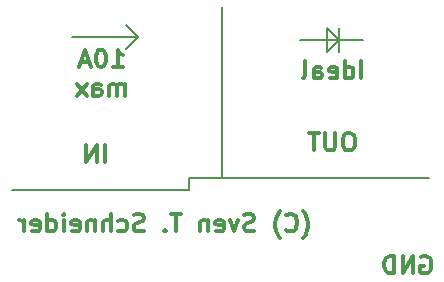
<source format=gbo>
G04 #@! TF.FileFunction,Legend,Bot*
%FSLAX46Y46*%
G04 Gerber Fmt 4.6, Leading zero omitted, Abs format (unit mm)*
G04 Created by KiCad (PCBNEW 0.201511171411+6319~30~ubuntu15.10.1-product) date Fr 04 Dez 2015 11:52:51 CET*
%MOMM*%
G01*
G04 APERTURE LIST*
%ADD10C,0.100000*%
%ADD11C,0.300000*%
%ADD12C,0.200000*%
G04 APERTURE END LIST*
D10*
D11*
X173004285Y-80498000D02*
X173075713Y-80426571D01*
X173218570Y-80212286D01*
X173289999Y-80069429D01*
X173361428Y-79855143D01*
X173432856Y-79498000D01*
X173432856Y-79212286D01*
X173361428Y-78855143D01*
X173289999Y-78640857D01*
X173218570Y-78498000D01*
X173075713Y-78283714D01*
X173004285Y-78212286D01*
X171575713Y-79783714D02*
X171647142Y-79855143D01*
X171861428Y-79926571D01*
X172004285Y-79926571D01*
X172218570Y-79855143D01*
X172361428Y-79712286D01*
X172432856Y-79569429D01*
X172504285Y-79283714D01*
X172504285Y-79069429D01*
X172432856Y-78783714D01*
X172361428Y-78640857D01*
X172218570Y-78498000D01*
X172004285Y-78426571D01*
X171861428Y-78426571D01*
X171647142Y-78498000D01*
X171575713Y-78569429D01*
X171075713Y-80498000D02*
X171004285Y-80426571D01*
X170861428Y-80212286D01*
X170789999Y-80069429D01*
X170718570Y-79855143D01*
X170647142Y-79498000D01*
X170647142Y-79212286D01*
X170718570Y-78855143D01*
X170789999Y-78640857D01*
X170861428Y-78498000D01*
X171004285Y-78283714D01*
X171075713Y-78212286D01*
X168861428Y-79855143D02*
X168647142Y-79926571D01*
X168289999Y-79926571D01*
X168147142Y-79855143D01*
X168075713Y-79783714D01*
X168004285Y-79640857D01*
X168004285Y-79498000D01*
X168075713Y-79355143D01*
X168147142Y-79283714D01*
X168289999Y-79212286D01*
X168575713Y-79140857D01*
X168718571Y-79069429D01*
X168789999Y-78998000D01*
X168861428Y-78855143D01*
X168861428Y-78712286D01*
X168789999Y-78569429D01*
X168718571Y-78498000D01*
X168575713Y-78426571D01*
X168218571Y-78426571D01*
X168004285Y-78498000D01*
X167504285Y-78926571D02*
X167147142Y-79926571D01*
X166790000Y-78926571D01*
X165647143Y-79855143D02*
X165790000Y-79926571D01*
X166075714Y-79926571D01*
X166218571Y-79855143D01*
X166290000Y-79712286D01*
X166290000Y-79140857D01*
X166218571Y-78998000D01*
X166075714Y-78926571D01*
X165790000Y-78926571D01*
X165647143Y-78998000D01*
X165575714Y-79140857D01*
X165575714Y-79283714D01*
X166290000Y-79426571D01*
X164932857Y-78926571D02*
X164932857Y-79926571D01*
X164932857Y-79069429D02*
X164861429Y-78998000D01*
X164718571Y-78926571D01*
X164504286Y-78926571D01*
X164361429Y-78998000D01*
X164290000Y-79140857D01*
X164290000Y-79926571D01*
X162647143Y-78426571D02*
X161790000Y-78426571D01*
X162218571Y-79926571D02*
X162218571Y-78426571D01*
X161290000Y-79783714D02*
X161218572Y-79855143D01*
X161290000Y-79926571D01*
X161361429Y-79855143D01*
X161290000Y-79783714D01*
X161290000Y-79926571D01*
X159504286Y-79855143D02*
X159290000Y-79926571D01*
X158932857Y-79926571D01*
X158790000Y-79855143D01*
X158718571Y-79783714D01*
X158647143Y-79640857D01*
X158647143Y-79498000D01*
X158718571Y-79355143D01*
X158790000Y-79283714D01*
X158932857Y-79212286D01*
X159218571Y-79140857D01*
X159361429Y-79069429D01*
X159432857Y-78998000D01*
X159504286Y-78855143D01*
X159504286Y-78712286D01*
X159432857Y-78569429D01*
X159361429Y-78498000D01*
X159218571Y-78426571D01*
X158861429Y-78426571D01*
X158647143Y-78498000D01*
X157361429Y-79855143D02*
X157504286Y-79926571D01*
X157790000Y-79926571D01*
X157932858Y-79855143D01*
X158004286Y-79783714D01*
X158075715Y-79640857D01*
X158075715Y-79212286D01*
X158004286Y-79069429D01*
X157932858Y-78998000D01*
X157790000Y-78926571D01*
X157504286Y-78926571D01*
X157361429Y-78998000D01*
X156718572Y-79926571D02*
X156718572Y-78426571D01*
X156075715Y-79926571D02*
X156075715Y-79140857D01*
X156147144Y-78998000D01*
X156290001Y-78926571D01*
X156504286Y-78926571D01*
X156647144Y-78998000D01*
X156718572Y-79069429D01*
X155361429Y-78926571D02*
X155361429Y-79926571D01*
X155361429Y-79069429D02*
X155290001Y-78998000D01*
X155147143Y-78926571D01*
X154932858Y-78926571D01*
X154790001Y-78998000D01*
X154718572Y-79140857D01*
X154718572Y-79926571D01*
X153432858Y-79855143D02*
X153575715Y-79926571D01*
X153861429Y-79926571D01*
X154004286Y-79855143D01*
X154075715Y-79712286D01*
X154075715Y-79140857D01*
X154004286Y-78998000D01*
X153861429Y-78926571D01*
X153575715Y-78926571D01*
X153432858Y-78998000D01*
X153361429Y-79140857D01*
X153361429Y-79283714D01*
X154075715Y-79426571D01*
X152718572Y-79926571D02*
X152718572Y-78926571D01*
X152718572Y-78426571D02*
X152790001Y-78498000D01*
X152718572Y-78569429D01*
X152647144Y-78498000D01*
X152718572Y-78426571D01*
X152718572Y-78569429D01*
X151361429Y-79926571D02*
X151361429Y-78426571D01*
X151361429Y-79855143D02*
X151504286Y-79926571D01*
X151790000Y-79926571D01*
X151932858Y-79855143D01*
X152004286Y-79783714D01*
X152075715Y-79640857D01*
X152075715Y-79212286D01*
X152004286Y-79069429D01*
X151932858Y-78998000D01*
X151790000Y-78926571D01*
X151504286Y-78926571D01*
X151361429Y-78998000D01*
X150075715Y-79855143D02*
X150218572Y-79926571D01*
X150504286Y-79926571D01*
X150647143Y-79855143D01*
X150718572Y-79712286D01*
X150718572Y-79140857D01*
X150647143Y-78998000D01*
X150504286Y-78926571D01*
X150218572Y-78926571D01*
X150075715Y-78998000D01*
X150004286Y-79140857D01*
X150004286Y-79283714D01*
X150718572Y-79426571D01*
X149361429Y-79926571D02*
X149361429Y-78926571D01*
X149361429Y-79212286D02*
X149290001Y-79069429D01*
X149218572Y-78998000D01*
X149075715Y-78926571D01*
X148932858Y-78926571D01*
X177014000Y-71568571D02*
X176728286Y-71568571D01*
X176585428Y-71640000D01*
X176442571Y-71782857D01*
X176371143Y-72068571D01*
X176371143Y-72568571D01*
X176442571Y-72854286D01*
X176585428Y-72997143D01*
X176728286Y-73068571D01*
X177014000Y-73068571D01*
X177156857Y-72997143D01*
X177299714Y-72854286D01*
X177371143Y-72568571D01*
X177371143Y-72068571D01*
X177299714Y-71782857D01*
X177156857Y-71640000D01*
X177014000Y-71568571D01*
X175728285Y-71568571D02*
X175728285Y-72782857D01*
X175656857Y-72925714D01*
X175585428Y-72997143D01*
X175442571Y-73068571D01*
X175156857Y-73068571D01*
X175013999Y-72997143D01*
X174942571Y-72925714D01*
X174871142Y-72782857D01*
X174871142Y-71568571D01*
X174371142Y-71568571D02*
X173513999Y-71568571D01*
X173942570Y-73068571D02*
X173942570Y-71568571D01*
X156233714Y-74084571D02*
X156233714Y-72584571D01*
X155519428Y-74084571D02*
X155519428Y-72584571D01*
X154662285Y-74084571D01*
X154662285Y-72584571D01*
D12*
X166116000Y-75438000D02*
X166116000Y-60960000D01*
X163322000Y-75438000D02*
X183642000Y-75438000D01*
X163322000Y-76454000D02*
X163322000Y-75438000D01*
X148336000Y-76454000D02*
X163322000Y-76454000D01*
D11*
X183006857Y-82054000D02*
X183149714Y-81982571D01*
X183364000Y-81982571D01*
X183578285Y-82054000D01*
X183721143Y-82196857D01*
X183792571Y-82339714D01*
X183864000Y-82625429D01*
X183864000Y-82839714D01*
X183792571Y-83125429D01*
X183721143Y-83268286D01*
X183578285Y-83411143D01*
X183364000Y-83482571D01*
X183221143Y-83482571D01*
X183006857Y-83411143D01*
X182935428Y-83339714D01*
X182935428Y-82839714D01*
X183221143Y-82839714D01*
X182292571Y-83482571D02*
X182292571Y-81982571D01*
X181435428Y-83482571D01*
X181435428Y-81982571D01*
X180721142Y-83482571D02*
X180721142Y-81982571D01*
X180363999Y-81982571D01*
X180149714Y-82054000D01*
X180006856Y-82196857D01*
X179935428Y-82339714D01*
X179863999Y-82625429D01*
X179863999Y-82839714D01*
X179935428Y-83125429D01*
X180006856Y-83268286D01*
X180149714Y-83411143D01*
X180363999Y-83482571D01*
X180721142Y-83482571D01*
D12*
X175006000Y-64770000D02*
X176022000Y-63754000D01*
X175006000Y-62738000D02*
X175006000Y-64770000D01*
X176022000Y-63754000D02*
X175006000Y-62738000D01*
X176022000Y-64770000D02*
X176022000Y-63754000D01*
X176022000Y-62738000D02*
X176022000Y-64770000D01*
X172720000Y-63754000D02*
X178054000Y-63754000D01*
D11*
X156884571Y-66026571D02*
X157741714Y-66026571D01*
X157313142Y-66026571D02*
X157313142Y-64526571D01*
X157455999Y-64740857D01*
X157598857Y-64883714D01*
X157741714Y-64955143D01*
X155956000Y-64526571D02*
X155813143Y-64526571D01*
X155670286Y-64598000D01*
X155598857Y-64669429D01*
X155527428Y-64812286D01*
X155456000Y-65098000D01*
X155456000Y-65455143D01*
X155527428Y-65740857D01*
X155598857Y-65883714D01*
X155670286Y-65955143D01*
X155813143Y-66026571D01*
X155956000Y-66026571D01*
X156098857Y-65955143D01*
X156170286Y-65883714D01*
X156241714Y-65740857D01*
X156313143Y-65455143D01*
X156313143Y-65098000D01*
X156241714Y-64812286D01*
X156170286Y-64669429D01*
X156098857Y-64598000D01*
X155956000Y-64526571D01*
X154884572Y-65598000D02*
X154170286Y-65598000D01*
X155027429Y-66026571D02*
X154527429Y-64526571D01*
X154027429Y-66026571D01*
X157884571Y-68426571D02*
X157884571Y-67426571D01*
X157884571Y-67569429D02*
X157813143Y-67498000D01*
X157670285Y-67426571D01*
X157456000Y-67426571D01*
X157313143Y-67498000D01*
X157241714Y-67640857D01*
X157241714Y-68426571D01*
X157241714Y-67640857D02*
X157170285Y-67498000D01*
X157027428Y-67426571D01*
X156813143Y-67426571D01*
X156670285Y-67498000D01*
X156598857Y-67640857D01*
X156598857Y-68426571D01*
X155241714Y-68426571D02*
X155241714Y-67640857D01*
X155313143Y-67498000D01*
X155456000Y-67426571D01*
X155741714Y-67426571D01*
X155884571Y-67498000D01*
X155241714Y-68355143D02*
X155384571Y-68426571D01*
X155741714Y-68426571D01*
X155884571Y-68355143D01*
X155956000Y-68212286D01*
X155956000Y-68069429D01*
X155884571Y-67926571D01*
X155741714Y-67855143D01*
X155384571Y-67855143D01*
X155241714Y-67783714D01*
X154670285Y-68426571D02*
X153884571Y-67426571D01*
X154670285Y-67426571D02*
X153884571Y-68426571D01*
X177906857Y-66972571D02*
X177906857Y-65472571D01*
X176549714Y-66972571D02*
X176549714Y-65472571D01*
X176549714Y-66901143D02*
X176692571Y-66972571D01*
X176978285Y-66972571D01*
X177121143Y-66901143D01*
X177192571Y-66829714D01*
X177264000Y-66686857D01*
X177264000Y-66258286D01*
X177192571Y-66115429D01*
X177121143Y-66044000D01*
X176978285Y-65972571D01*
X176692571Y-65972571D01*
X176549714Y-66044000D01*
X175264000Y-66901143D02*
X175406857Y-66972571D01*
X175692571Y-66972571D01*
X175835428Y-66901143D01*
X175906857Y-66758286D01*
X175906857Y-66186857D01*
X175835428Y-66044000D01*
X175692571Y-65972571D01*
X175406857Y-65972571D01*
X175264000Y-66044000D01*
X175192571Y-66186857D01*
X175192571Y-66329714D01*
X175906857Y-66472571D01*
X173906857Y-66972571D02*
X173906857Y-66186857D01*
X173978286Y-66044000D01*
X174121143Y-65972571D01*
X174406857Y-65972571D01*
X174549714Y-66044000D01*
X173906857Y-66901143D02*
X174049714Y-66972571D01*
X174406857Y-66972571D01*
X174549714Y-66901143D01*
X174621143Y-66758286D01*
X174621143Y-66615429D01*
X174549714Y-66472571D01*
X174406857Y-66401143D01*
X174049714Y-66401143D01*
X173906857Y-66329714D01*
X172978285Y-66972571D02*
X173121143Y-66901143D01*
X173192571Y-66758286D01*
X173192571Y-65472571D01*
D12*
X159004000Y-63500000D02*
X157988000Y-62484000D01*
X159004000Y-63500000D02*
X157988000Y-64516000D01*
X153416000Y-63500000D02*
X159004000Y-63500000D01*
M02*

</source>
